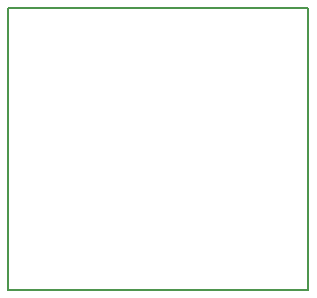
<source format=gm1>
G04 #@! TF.FileFunction,Profile,NP*
%FSLAX46Y46*%
G04 Gerber Fmt 4.6, Leading zero omitted, Abs format (unit mm)*
G04 Created by KiCad (PCBNEW 4.0.2-stable) date Wednesday, January 18, 2017 'PMt' 01:38:14 PM*
%MOMM*%
G01*
G04 APERTURE LIST*
%ADD10C,0.100000*%
%ADD11C,0.150000*%
G04 APERTURE END LIST*
D10*
D11*
X128524000Y-83312000D02*
X128524000Y-107188000D01*
X153924000Y-83312000D02*
X128524000Y-83312000D01*
X153924000Y-107188000D02*
X153924000Y-83312000D01*
X128524000Y-107188000D02*
X153924000Y-107188000D01*
M02*

</source>
